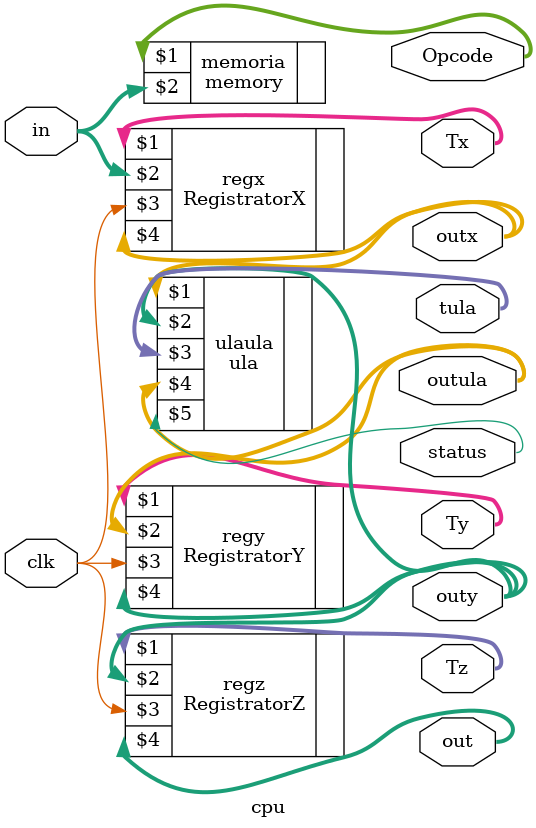
<source format=v>
module cpu(clk,Opcode,in,outx,outy,out,outula,status,tula,Tx,Ty,Tz);
  
    input wire clk;
    input wire signed [3:0] in;
    output reg signed [3:0] outx,outy,out,outula;
    output reg[2:0] tula,Tx,Ty,Tz,Opcode;
    output reg status;

	memory memoria(Opcode, in);
	RegistratorX regx(Tx, in, clk, outx);
    RegistratorY regy(Ty, outula, clk, outy);
    ula ulaula(outx,outy,tula,outula,status);
    RegistratorZ regz(Tz, outy, clk, out);
endmodule
</source>
